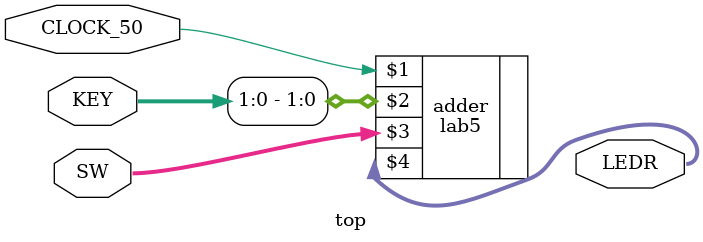
<source format=v>
`timescale 1ns / 1ps


module top (CLOCK_50, KEY, SW, LEDR);

    input CLOCK_50;             // DE-series 50 MHz clock signal
	 input wire [9:0] SW;        // DE-series switches
	 input wire [3:0] KEY;       // DE-series pushbuttons
	 
    output wire [9:0] LEDR;     // DE-series LEDs   

    lab5 adder (CLOCK_50, KEY[1:0], SW[9:0], LEDR[9:0]);

endmodule
</source>
